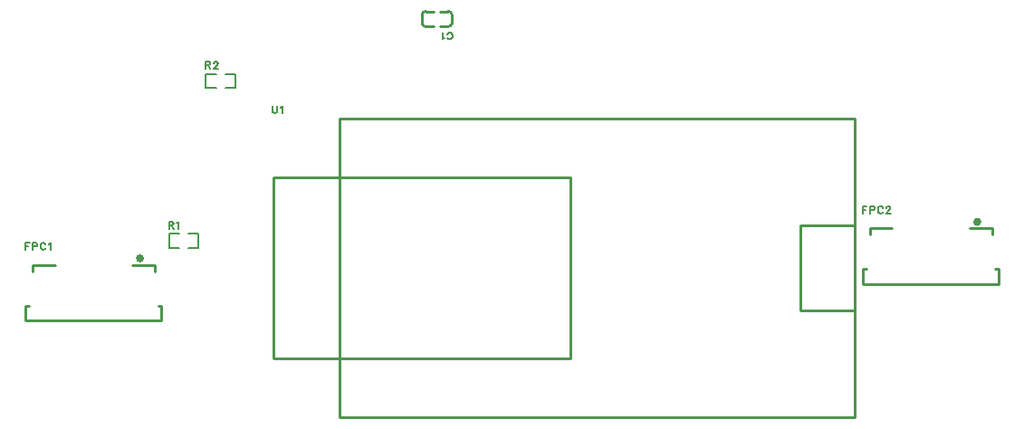
<source format=gto>
G04 Layer: TopSilkscreenLayer*
G04 EasyEDA Pro v2.2.40.8, 2025-09-20 19:13:23*
G04 Gerber Generator version 0.3*
G04 Scale: 100 percent, Rotated: No, Reflected: No*
G04 Dimensions in millimeters*
G04 Leading zeros omitted, absolute positions, 4 integers and 5 decimals*
G04 Generated by one-click*
%FSLAX45Y45*%
%MOMM*%
%ADD10C,0.1524*%
%ADD11C,0.254*%
%ADD12C,0.6029*%
G75*


G04 Text Start*
G54D10*
G01X3955590Y-168821D02*
G01X3958638Y-175171D01*
G01X3964988Y-181267D01*
G01X3971084Y-184315D01*
G01X3983530Y-184315D01*
G01X3989626Y-181267D01*
G01X3995976Y-175171D01*
G01X3999024Y-168821D01*
G01X4002072Y-159677D01*
G01X4002072Y-144183D01*
G01X3999024Y-134785D01*
G01X3995976Y-128689D01*
G01X3989626Y-122339D01*
G01X3983530Y-119291D01*
G01X3971084Y-119291D01*
G01X3964988Y-122339D01*
G01X3958638Y-128689D01*
G01X3955590Y-134785D01*
G01X3925364Y-171869D02*
G01X3919268Y-175171D01*
G01X3910124Y-184315D01*
G01X3910124Y-119291D01*
G01X7620Y-2087217D02*
G01X7620Y-2152241D01*
G01X7620Y-2087217D02*
G01X47752Y-2087217D01*
G01X7620Y-2118205D02*
G01X32512Y-2118205D01*
G01X77978Y-2087217D02*
G01X77978Y-2152241D01*
G01X77978Y-2087217D02*
G01X105664Y-2087217D01*
G01X115062Y-2090265D01*
G01X118110Y-2093313D01*
G01X121158Y-2099663D01*
G01X121158Y-2108807D01*
G01X118110Y-2114903D01*
G01X115062Y-2118205D01*
G01X105664Y-2121253D01*
G01X77978Y-2121253D01*
G01X197612Y-2102711D02*
G01X194564Y-2096361D01*
G01X188468Y-2090265D01*
G01X182118Y-2087217D01*
G01X169926Y-2087217D01*
G01X163576Y-2090265D01*
G01X157480Y-2096361D01*
G01X154432Y-2102711D01*
G01X151384Y-2111855D01*
G01X151384Y-2127349D01*
G01X154432Y-2136747D01*
G01X157480Y-2142843D01*
G01X163576Y-2149193D01*
G01X169926Y-2152241D01*
G01X182118Y-2152241D01*
G01X188468Y-2149193D01*
G01X194564Y-2142843D01*
G01X197612Y-2136747D01*
G01X227838Y-2099663D02*
G01X233934Y-2096361D01*
G01X243078Y-2087217D01*
G01X243078Y-2152241D01*
G01X7836916Y-1747383D02*
G01X7836916Y-1812407D01*
G01X7836916Y-1747383D02*
G01X7877048Y-1747383D01*
G01X7836916Y-1778371D02*
G01X7861808Y-1778371D01*
G01X7907274Y-1747383D02*
G01X7907274Y-1812407D01*
G01X7907274Y-1747383D02*
G01X7934960Y-1747383D01*
G01X7944358Y-1750431D01*
G01X7947406Y-1753479D01*
G01X7950454Y-1759829D01*
G01X7950454Y-1768973D01*
G01X7947406Y-1775069D01*
G01X7944358Y-1778371D01*
G01X7934960Y-1781419D01*
G01X7907274Y-1781419D01*
G01X8026908Y-1762877D02*
G01X8023860Y-1756527D01*
G01X8017764Y-1750431D01*
G01X8011414Y-1747383D01*
G01X7999222Y-1747383D01*
G01X7992872Y-1750431D01*
G01X7986776Y-1756527D01*
G01X7983728Y-1762877D01*
G01X7980680Y-1772021D01*
G01X7980680Y-1787515D01*
G01X7983728Y-1796913D01*
G01X7986776Y-1803009D01*
G01X7992872Y-1809359D01*
G01X7999222Y-1812407D01*
G01X8011414Y-1812407D01*
G01X8017764Y-1809359D01*
G01X8023860Y-1803009D01*
G01X8026908Y-1796913D01*
G01X8060182Y-1762877D02*
G01X8060182Y-1759829D01*
G01X8063230Y-1753479D01*
G01X8066278Y-1750431D01*
G01X8072374Y-1747383D01*
G01X8084820Y-1747383D01*
G01X8091170Y-1750431D01*
G01X8094218Y-1753479D01*
G01X8097266Y-1759829D01*
G01X8097266Y-1765925D01*
G01X8094218Y-1772021D01*
G01X8087868Y-1781419D01*
G01X8057134Y-1812407D01*
G01X8100314Y-1812407D01*
G01X1353015Y-1889857D02*
G01X1353015Y-1954881D01*
G01X1353015Y-1889857D02*
G01X1380955Y-1889857D01*
G01X1390099Y-1892905D01*
G01X1393147Y-1895953D01*
G01X1396449Y-1902303D01*
G01X1396449Y-1908399D01*
G01X1393147Y-1914495D01*
G01X1390099Y-1917543D01*
G01X1380955Y-1920845D01*
G01X1353015Y-1920845D01*
G01X1374605Y-1920845D02*
G01X1396449Y-1954881D01*
G01X1426675Y-1902303D02*
G01X1432771Y-1899001D01*
G01X1441915Y-1889857D01*
G01X1441915Y-1954881D01*
G01X1695272Y-393065D02*
G01X1695272Y-458089D01*
G01X1695272Y-393065D02*
G01X1723212Y-393065D01*
G01X1732356Y-396113D01*
G01X1735404Y-399161D01*
G01X1738706Y-405511D01*
G01X1738706Y-411607D01*
G01X1735404Y-417703D01*
G01X1732356Y-420751D01*
G01X1723212Y-424053D01*
G01X1695272Y-424053D01*
G01X1716862Y-424053D02*
G01X1738706Y-458089D01*
G01X1771980Y-408559D02*
G01X1771980Y-405511D01*
G01X1775028Y-399161D01*
G01X1778076Y-396113D01*
G01X1784172Y-393065D01*
G01X1796618Y-393065D01*
G01X1802968Y-396113D01*
G01X1806016Y-399161D01*
G01X1809064Y-405511D01*
G01X1809064Y-411607D01*
G01X1806016Y-417703D01*
G01X1799666Y-427101D01*
G01X1768932Y-458089D01*
G01X1812112Y-458089D01*
G01X2321273Y-807839D02*
G01X2321273Y-854321D01*
G01X2324321Y-863465D01*
G01X2330671Y-869815D01*
G01X2339815Y-872863D01*
G01X2346165Y-872863D01*
G01X2355309Y-869815D01*
G01X2361405Y-863465D01*
G01X2364707Y-854321D01*
G01X2364707Y-807839D01*
G01X2394933Y-820285D02*
G01X2401029Y-816983D01*
G01X2410173Y-807839D01*
G01X2410173Y-872863D01*
G04 Text End*

G04 PolygonModel Start*
G54D11*
G01X3886020Y77287D02*
G01X3966017Y77287D01*
G01X3829975Y77333D02*
G01X3749977Y77333D01*
G01X3886020Y-64681D02*
G01X3966017Y-64681D01*
G01X3829975Y-64633D02*
G01X3749977Y-64633D01*
G01X3996992Y46304D02*
G01X3996992Y-33701D01*
G01X3718999Y-33647D02*
G01X3718999Y46355D01*
G01X3749982Y-64633D02*
G02X3718999Y-33647I0J30983D01*
G01X3718999Y46350D02*
G02X3749982Y77333I30983J0D01*
G01X3966012Y77287D02*
G02X3996992Y46304I-3J-30983D01*
G01X3996992Y-33693D02*
G02X3966012Y-64681I-30983J-5D01*
G01X12705Y-2814757D02*
G01X1282695Y-2814757D01*
G01X74897Y-2353437D02*
G01X74897Y-2294054D01*
G01X74897Y-2294054D02*
G01X284584Y-2294054D01*
G01X12700Y-2814754D02*
G01X12700Y-2675054D01*
G01X12700Y-2675054D02*
G01X45585Y-2675054D01*
G01X1220495Y-2353440D02*
G01X1220495Y-2294057D01*
G01X1220495Y-2294057D02*
G01X1010811Y-2294057D01*
G01X1282695Y-2814757D02*
G01X1282695Y-2675057D01*
G01X1282695Y-2675057D02*
G01X1249810Y-2675057D01*
G36*
G01X1042695Y-2232505D02*
G02X1118895Y-2232505I38100J0D01*
G02X1042695Y-2232505I-38100J0D01*
G37*
G01X7842001Y-2474923D02*
G01X9111991Y-2474923D01*
G01X7904193Y-2013603D02*
G01X7904193Y-1954220D01*
G01X7904193Y-1954220D02*
G01X8113880Y-1954220D01*
G01X7841996Y-2474920D02*
G01X7841996Y-2335220D01*
G01X7841996Y-2335220D02*
G01X7874881Y-2335220D01*
G01X9049791Y-2013605D02*
G01X9049791Y-1954223D01*
G01X9049791Y-1954223D02*
G01X8840107Y-1954223D01*
G01X9111991Y-2474923D02*
G01X9111991Y-2335223D01*
G01X9111991Y-2335223D02*
G01X9079106Y-2335223D01*
G36*
G01X8871991Y-1892671D02*
G02X8948191Y-1892671I38100J0D01*
G02X8871991Y-1892671I-38100J0D01*
G37*
G54D10*
G01X1534145Y-2136531D02*
G01X1630032Y-2136531D01*
G01X1630032Y-2136531D02*
G01X1630032Y-2004411D01*
G01X1630032Y-2004411D02*
G01X1534145Y-2004411D01*
G01X1448902Y-2136531D02*
G01X1353015Y-2136531D01*
G01X1353015Y-2136531D02*
G01X1353015Y-2004411D01*
G01X1353015Y-2004411D02*
G01X1448902Y-2004411D01*
G01X1876402Y-639740D02*
G01X1972290Y-639740D01*
G01X1972290Y-639740D02*
G01X1972290Y-507619D01*
G01X1972290Y-507619D02*
G01X1876402Y-507619D01*
G01X1791160Y-639740D02*
G01X1695272Y-639740D01*
G01X1695272Y-639740D02*
G01X1695272Y-507619D01*
G01X1695272Y-507619D02*
G01X1791160Y-507619D01*
G54D11*
G01X7256597Y-1924472D02*
G01X7256597Y-2724470D01*
G01X7256597Y-2724470D02*
G01X7766596Y-2724470D01*
G01X7256597Y-1924472D02*
G01X7766596Y-1924472D01*
G01X5103901Y-3169656D02*
G01X5103901Y-1479319D01*
G01X2946606Y-3169656D02*
G01X5103901Y-3169656D01*
G01X2946606Y-1479319D02*
G01X5102301Y-1479319D01*
G01X2326610Y-1477472D02*
G01X2326610Y-3171469D01*
G01X2946606Y-1477472D02*
G01X2326610Y-1477472D01*
G01X2946606Y-3171469D02*
G01X2326612Y-3171469D01*
G01X2946606Y-3721468D02*
G01X2946606Y-927473D01*
G01X7766596Y-927473D02*
G01X2946606Y-927473D01*
G01X7766596Y-3721468D02*
G01X2946606Y-3721468D01*
G01X7766596Y-927473D02*
G01X7766596Y-3721468D01*

M02*


</source>
